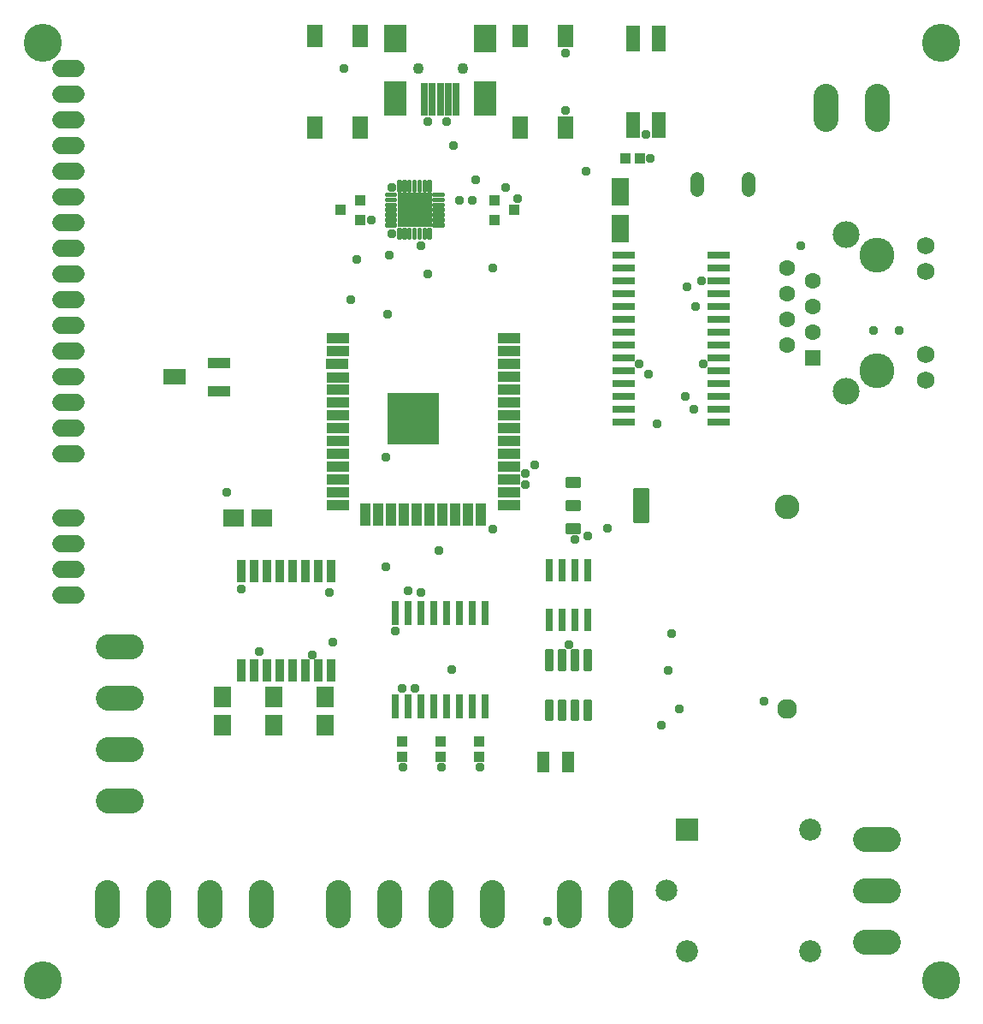
<source format=gbr>
G04 EAGLE Gerber RS-274X export*
G75*
%MOMM*%
%FSLAX34Y34*%
%LPD*%
%INSoldermask Top*%
%IPPOS*%
%AMOC8*
5,1,8,0,0,1.08239X$1,22.5*%
G01*
%ADD10C,1.958200*%
%ADD11C,2.453200*%
%ADD12R,1.703200X2.153200*%
%ADD13R,2.153200X1.703200*%
%ADD14R,1.803200X2.803200*%
%ADD15R,0.803200X2.403200*%
%ADD16R,1.601200X1.601200*%
%ADD17C,1.601200*%
%ADD18C,1.733200*%
%ADD19C,2.648200*%
%ADD20C,3.453200*%
%ADD21C,2.489200*%
%ADD22R,1.003200X1.003200*%
%ADD23R,0.863600X2.235200*%
%ADD24R,1.103200X1.003200*%
%ADD25C,1.320800*%
%ADD26R,1.203200X2.003200*%
%ADD27R,2.203200X1.103200*%
%ADD28R,2.203200X1.503200*%
%ADD29R,2.183200X2.183200*%
%ADD30C,2.138200*%
%ADD31C,2.183200*%
%ADD32C,1.727200*%
%ADD33R,1.603200X2.303200*%
%ADD34R,1.103200X2.203200*%
%ADD35R,5.203200X5.203200*%
%ADD36R,2.184400X0.762000*%
%ADD37C,0.335972*%
%ADD38R,3.453200X3.453200*%
%ADD39C,0.339959*%
%ADD40C,0.393431*%
%ADD41C,0.349006*%
%ADD42R,0.762000X2.184400*%
%ADD43R,2.203200X2.703200*%
%ADD44R,2.203200X3.503200*%
%ADD45R,0.703200X3.303200*%
%ADD46C,1.103200*%
%ADD47R,1.333200X2.643200*%
%ADD48C,0.959600*%
%ADD49C,3.759200*%


D10*
X774700Y306400D03*
D11*
X774700Y506400D03*
D12*
X215900Y291050D03*
X215900Y318550D03*
X266700Y291050D03*
X266700Y318550D03*
X317500Y291050D03*
X317500Y318550D03*
D13*
X227550Y495300D03*
X255050Y495300D03*
D14*
X609600Y782100D03*
X609600Y818100D03*
D15*
X400050Y309600D03*
X425450Y401600D03*
X387350Y309600D03*
X412750Y309600D03*
X425450Y309600D03*
X412750Y401600D03*
X438150Y401600D03*
X450850Y401600D03*
X450850Y309600D03*
X476250Y401600D03*
X438150Y309600D03*
X463550Y309600D03*
X463550Y401600D03*
X476250Y309600D03*
X400050Y401600D03*
X387350Y401600D03*
D16*
X800100Y654000D03*
D17*
X774700Y666700D03*
X800100Y679400D03*
X774700Y692100D03*
X800100Y704800D03*
X774700Y717500D03*
X800100Y730200D03*
X774700Y742900D03*
D18*
X912600Y632250D03*
X912600Y657650D03*
X912600Y764750D03*
X912600Y739350D03*
D19*
X833100Y621050D03*
X833100Y775950D03*
D20*
X863600Y755650D03*
X863600Y641350D03*
D21*
X125730Y215900D02*
X102870Y215900D01*
X102870Y266700D02*
X125730Y266700D01*
X125730Y317500D02*
X102870Y317500D01*
X102870Y368300D02*
X125730Y368300D01*
X609600Y125730D02*
X609600Y102870D01*
X558800Y102870D02*
X558800Y125730D01*
X812800Y890270D02*
X812800Y913130D01*
X863600Y913130D02*
X863600Y890270D01*
D22*
X614800Y850900D03*
X629800Y850900D03*
D23*
X234950Y344678D03*
X247650Y344678D03*
X260350Y344678D03*
X273050Y344678D03*
X285750Y344678D03*
X298450Y344678D03*
X311150Y344678D03*
X323850Y344678D03*
X323850Y442722D03*
X311150Y442722D03*
X298450Y442722D03*
X285750Y442722D03*
X273050Y442722D03*
X260350Y442722D03*
X247650Y442722D03*
X234950Y442722D03*
D21*
X482600Y125730D02*
X482600Y102870D01*
X431800Y102870D02*
X431800Y125730D01*
X381000Y125730D02*
X381000Y102870D01*
X330200Y102870D02*
X330200Y125730D01*
D24*
X332900Y800100D03*
X352900Y790600D03*
X352900Y809600D03*
X505300Y800100D03*
X485300Y809600D03*
X485300Y790600D03*
D25*
X736600Y819912D02*
X736600Y831088D01*
X685800Y831088D02*
X685800Y819912D01*
D26*
X533600Y254000D03*
X558600Y254000D03*
D27*
X212500Y621000D03*
D28*
X168500Y635000D03*
D27*
X212500Y649000D03*
D29*
X675600Y187000D03*
D30*
X655600Y127000D03*
D31*
X675600Y67000D03*
X797600Y67000D03*
X797600Y187000D03*
D21*
X852170Y177800D02*
X875030Y177800D01*
X875030Y127000D02*
X852170Y127000D01*
X852170Y76200D02*
X875030Y76200D01*
D32*
X71120Y495300D02*
X55880Y495300D01*
X55880Y469900D02*
X71120Y469900D01*
X71120Y444500D02*
X55880Y444500D01*
X55880Y419100D02*
X71120Y419100D01*
D33*
X555900Y972600D03*
X510900Y972600D03*
X555900Y881600D03*
X510900Y881600D03*
X352700Y972600D03*
X307700Y972600D03*
X352700Y881600D03*
X307700Y881600D03*
D21*
X254000Y125730D02*
X254000Y102870D01*
X203200Y102870D02*
X203200Y125730D01*
X152400Y125730D02*
X152400Y102870D01*
X101600Y102870D02*
X101600Y125730D01*
D32*
X71120Y939800D02*
X55880Y939800D01*
X55880Y914400D02*
X71120Y914400D01*
X71120Y889000D02*
X55880Y889000D01*
X55880Y863600D02*
X71120Y863600D01*
X71120Y838200D02*
X55880Y838200D01*
X55880Y812800D02*
X71120Y812800D01*
X71120Y787400D02*
X55880Y787400D01*
X55880Y762000D02*
X71120Y762000D01*
X71120Y736600D02*
X55880Y736600D01*
X55880Y711200D02*
X71120Y711200D01*
X71120Y685800D02*
X55880Y685800D01*
X55880Y660400D02*
X71120Y660400D01*
X71120Y635000D02*
X55880Y635000D01*
X55880Y609600D02*
X71120Y609600D01*
X71120Y584200D02*
X55880Y584200D01*
X55880Y558800D02*
X71120Y558800D01*
D27*
X330200Y673100D03*
X330200Y660400D03*
X330100Y647700D03*
X330200Y634700D03*
X330200Y622300D03*
X330200Y609600D03*
X330200Y596900D03*
X330200Y584200D03*
X330200Y571500D03*
X330200Y558800D03*
X330200Y546100D03*
X330200Y533400D03*
X330200Y520700D03*
X330200Y508000D03*
D34*
X358050Y499000D03*
X370750Y499000D03*
X383450Y499000D03*
X396150Y499000D03*
X408850Y499000D03*
X421550Y499000D03*
X434250Y499000D03*
X446950Y499000D03*
X459650Y499000D03*
X472350Y499000D03*
D27*
X500200Y673100D03*
X500200Y660400D03*
X500200Y647700D03*
X500200Y635000D03*
X500200Y622300D03*
X500200Y609600D03*
X500205Y596877D03*
X500219Y584187D03*
X500193Y571489D03*
X500175Y558777D03*
X500194Y546082D03*
X500210Y533392D03*
X500190Y520715D03*
X500187Y507988D03*
D35*
X405222Y593644D03*
D36*
X613410Y755650D03*
X613410Y742950D03*
X613410Y730250D03*
X613410Y717550D03*
X613410Y704850D03*
X613410Y692150D03*
X613410Y679450D03*
X613410Y666750D03*
X613410Y654050D03*
X613410Y641350D03*
X613410Y628650D03*
X613410Y615950D03*
X613410Y603250D03*
X613410Y590550D03*
X707390Y590550D03*
X707390Y603250D03*
X707390Y615950D03*
X707390Y628650D03*
X707390Y641350D03*
X707390Y654050D03*
X707390Y666750D03*
X707390Y679450D03*
X707390Y692150D03*
X707390Y704850D03*
X707390Y717550D03*
X707390Y730250D03*
X707390Y742950D03*
X707390Y755650D03*
D37*
X387186Y814414D02*
X378414Y814414D01*
X378414Y815786D01*
X387186Y815786D01*
X387186Y814414D01*
X387186Y809414D02*
X378414Y809414D01*
X378414Y810786D01*
X387186Y810786D01*
X387186Y809414D01*
X387186Y804414D02*
X378414Y804414D01*
X378414Y805786D01*
X387186Y805786D01*
X387186Y804414D01*
X387186Y799414D02*
X378414Y799414D01*
X378414Y800786D01*
X387186Y800786D01*
X387186Y799414D01*
X387186Y794414D02*
X378414Y794414D01*
X378414Y795786D01*
X387186Y795786D01*
X387186Y794414D01*
X387186Y789414D02*
X378414Y789414D01*
X378414Y790786D01*
X387186Y790786D01*
X387186Y789414D01*
X387186Y784414D02*
X378414Y784414D01*
X378414Y785786D01*
X387186Y785786D01*
X387186Y784414D01*
X392086Y780886D02*
X392086Y772114D01*
X390714Y772114D01*
X390714Y780886D01*
X392086Y780886D01*
X392086Y775306D02*
X390714Y775306D01*
X390714Y778498D02*
X392086Y778498D01*
X397086Y780886D02*
X397086Y772114D01*
X395714Y772114D01*
X395714Y780886D01*
X397086Y780886D01*
X397086Y775306D02*
X395714Y775306D01*
X395714Y778498D02*
X397086Y778498D01*
X402086Y780886D02*
X402086Y772114D01*
X400714Y772114D01*
X400714Y780886D01*
X402086Y780886D01*
X402086Y775306D02*
X400714Y775306D01*
X400714Y778498D02*
X402086Y778498D01*
X407086Y780886D02*
X407086Y772114D01*
X405714Y772114D01*
X405714Y780886D01*
X407086Y780886D01*
X407086Y775306D02*
X405714Y775306D01*
X405714Y778498D02*
X407086Y778498D01*
X412086Y780886D02*
X412086Y772114D01*
X410714Y772114D01*
X410714Y780886D01*
X412086Y780886D01*
X412086Y775306D02*
X410714Y775306D01*
X410714Y778498D02*
X412086Y778498D01*
X417086Y780886D02*
X417086Y772114D01*
X415714Y772114D01*
X415714Y780886D01*
X417086Y780886D01*
X417086Y775306D02*
X415714Y775306D01*
X415714Y778498D02*
X417086Y778498D01*
X422086Y780886D02*
X422086Y772114D01*
X420714Y772114D01*
X420714Y780886D01*
X422086Y780886D01*
X422086Y775306D02*
X420714Y775306D01*
X420714Y778498D02*
X422086Y778498D01*
X425614Y785786D02*
X434386Y785786D01*
X434386Y784414D01*
X425614Y784414D01*
X425614Y785786D01*
X425614Y790786D02*
X434386Y790786D01*
X434386Y789414D01*
X425614Y789414D01*
X425614Y790786D01*
X425614Y795786D02*
X434386Y795786D01*
X434386Y794414D01*
X425614Y794414D01*
X425614Y795786D01*
X425614Y800786D02*
X434386Y800786D01*
X434386Y799414D01*
X425614Y799414D01*
X425614Y800786D01*
X425614Y805786D02*
X434386Y805786D01*
X434386Y804414D01*
X425614Y804414D01*
X425614Y805786D01*
X425614Y810786D02*
X434386Y810786D01*
X434386Y809414D01*
X425614Y809414D01*
X425614Y810786D01*
X425614Y815786D02*
X434386Y815786D01*
X434386Y814414D01*
X425614Y814414D01*
X425614Y815786D01*
X420714Y819314D02*
X420714Y828086D01*
X422086Y828086D01*
X422086Y819314D01*
X420714Y819314D01*
X420714Y822506D02*
X422086Y822506D01*
X422086Y825698D02*
X420714Y825698D01*
X415714Y828086D02*
X415714Y819314D01*
X415714Y828086D02*
X417086Y828086D01*
X417086Y819314D01*
X415714Y819314D01*
X415714Y822506D02*
X417086Y822506D01*
X417086Y825698D02*
X415714Y825698D01*
X410714Y828086D02*
X410714Y819314D01*
X410714Y828086D02*
X412086Y828086D01*
X412086Y819314D01*
X410714Y819314D01*
X410714Y822506D02*
X412086Y822506D01*
X412086Y825698D02*
X410714Y825698D01*
X405714Y828086D02*
X405714Y819314D01*
X405714Y828086D02*
X407086Y828086D01*
X407086Y819314D01*
X405714Y819314D01*
X405714Y822506D02*
X407086Y822506D01*
X407086Y825698D02*
X405714Y825698D01*
X400714Y828086D02*
X400714Y819314D01*
X400714Y828086D02*
X402086Y828086D01*
X402086Y819314D01*
X400714Y819314D01*
X400714Y822506D02*
X402086Y822506D01*
X402086Y825698D02*
X400714Y825698D01*
X395714Y828086D02*
X395714Y819314D01*
X395714Y828086D02*
X397086Y828086D01*
X397086Y819314D01*
X395714Y819314D01*
X395714Y822506D02*
X397086Y822506D01*
X397086Y825698D02*
X395714Y825698D01*
X390714Y828086D02*
X390714Y819314D01*
X390714Y828086D02*
X392086Y828086D01*
X392086Y819314D01*
X390714Y819314D01*
X390714Y822506D02*
X392086Y822506D01*
X392086Y825698D02*
X390714Y825698D01*
D38*
X406400Y800100D03*
D39*
X557584Y534866D02*
X557584Y526934D01*
X557584Y534866D02*
X569316Y534866D01*
X569316Y526934D01*
X557584Y526934D01*
X557584Y530164D02*
X569316Y530164D01*
X569316Y533394D02*
X557584Y533394D01*
X557584Y511966D02*
X557584Y504034D01*
X557584Y511966D02*
X569316Y511966D01*
X569316Y504034D01*
X557584Y504034D01*
X557584Y507264D02*
X569316Y507264D01*
X569316Y510494D02*
X557584Y510494D01*
X557584Y489066D02*
X557584Y481134D01*
X557584Y489066D02*
X569316Y489066D01*
X569316Y481134D01*
X557584Y481134D01*
X557584Y484364D02*
X569316Y484364D01*
X569316Y487594D02*
X557584Y487594D01*
D40*
X624751Y492751D02*
X624751Y523249D01*
X635949Y523249D01*
X635949Y492751D01*
X624751Y492751D01*
X624751Y496488D02*
X635949Y496488D01*
X635949Y500225D02*
X624751Y500225D01*
X624751Y503962D02*
X635949Y503962D01*
X635949Y507699D02*
X624751Y507699D01*
X624751Y511436D02*
X635949Y511436D01*
X635949Y515173D02*
X624751Y515173D01*
X624751Y518910D02*
X635949Y518910D01*
X635949Y522647D02*
X624751Y522647D01*
D41*
X541971Y314571D02*
X541971Y296329D01*
X537529Y296329D01*
X537529Y314571D01*
X541971Y314571D01*
X541971Y299644D02*
X537529Y299644D01*
X537529Y302959D02*
X541971Y302959D01*
X541971Y306274D02*
X537529Y306274D01*
X537529Y309589D02*
X541971Y309589D01*
X541971Y312904D02*
X537529Y312904D01*
X554671Y314571D02*
X554671Y296329D01*
X550229Y296329D01*
X550229Y314571D01*
X554671Y314571D01*
X554671Y299644D02*
X550229Y299644D01*
X550229Y302959D02*
X554671Y302959D01*
X554671Y306274D02*
X550229Y306274D01*
X550229Y309589D02*
X554671Y309589D01*
X554671Y312904D02*
X550229Y312904D01*
X567371Y314571D02*
X567371Y296329D01*
X562929Y296329D01*
X562929Y314571D01*
X567371Y314571D01*
X567371Y299644D02*
X562929Y299644D01*
X562929Y302959D02*
X567371Y302959D01*
X567371Y306274D02*
X562929Y306274D01*
X562929Y309589D02*
X567371Y309589D01*
X567371Y312904D02*
X562929Y312904D01*
X580071Y314571D02*
X580071Y296329D01*
X575629Y296329D01*
X575629Y314571D01*
X580071Y314571D01*
X580071Y299644D02*
X575629Y299644D01*
X575629Y302959D02*
X580071Y302959D01*
X580071Y306274D02*
X575629Y306274D01*
X575629Y309589D02*
X580071Y309589D01*
X580071Y312904D02*
X575629Y312904D01*
X580071Y345829D02*
X580071Y364071D01*
X580071Y345829D02*
X575629Y345829D01*
X575629Y364071D01*
X580071Y364071D01*
X580071Y349144D02*
X575629Y349144D01*
X575629Y352459D02*
X580071Y352459D01*
X580071Y355774D02*
X575629Y355774D01*
X575629Y359089D02*
X580071Y359089D01*
X580071Y362404D02*
X575629Y362404D01*
X567371Y364071D02*
X567371Y345829D01*
X562929Y345829D01*
X562929Y364071D01*
X567371Y364071D01*
X567371Y349144D02*
X562929Y349144D01*
X562929Y352459D02*
X567371Y352459D01*
X567371Y355774D02*
X562929Y355774D01*
X562929Y359089D02*
X567371Y359089D01*
X567371Y362404D02*
X562929Y362404D01*
X554671Y364071D02*
X554671Y345829D01*
X550229Y345829D01*
X550229Y364071D01*
X554671Y364071D01*
X554671Y349144D02*
X550229Y349144D01*
X550229Y352459D02*
X554671Y352459D01*
X554671Y355774D02*
X550229Y355774D01*
X550229Y359089D02*
X554671Y359089D01*
X554671Y362404D02*
X550229Y362404D01*
X541971Y364071D02*
X541971Y345829D01*
X537529Y345829D01*
X537529Y364071D01*
X541971Y364071D01*
X541971Y349144D02*
X537529Y349144D01*
X537529Y352459D02*
X541971Y352459D01*
X541971Y355774D02*
X537529Y355774D01*
X537529Y359089D02*
X541971Y359089D01*
X541971Y362404D02*
X537529Y362404D01*
D42*
X539750Y394462D03*
X552450Y394462D03*
X565150Y394462D03*
X577850Y394462D03*
X577850Y443738D03*
X565150Y443738D03*
X552450Y443738D03*
X539750Y443738D03*
D43*
X387300Y969800D03*
X476300Y969800D03*
D44*
X387300Y910800D03*
X476300Y910800D03*
D45*
X447800Y909800D03*
X439800Y909800D03*
X431800Y909800D03*
X423800Y909800D03*
X415800Y909800D03*
D46*
X453800Y939800D03*
X409800Y939800D03*
D22*
X469900Y259200D03*
X469900Y274200D03*
X431800Y259200D03*
X431800Y274200D03*
X393700Y259200D03*
X393700Y274200D03*
D47*
X647700Y970100D03*
X622300Y970100D03*
X622300Y884100D03*
X647700Y884100D03*
D48*
X444500Y863600D03*
X342900Y711200D03*
X419100Y736600D03*
X220663Y520700D03*
X349250Y750888D03*
X379413Y696913D03*
X788988Y765175D03*
X692150Y647700D03*
X525463Y547688D03*
X336550Y939800D03*
X484188Y484188D03*
X538163Y96838D03*
X377825Y447675D03*
X377825Y555625D03*
X565150Y474663D03*
X515938Y528638D03*
X412750Y422275D03*
X484188Y742950D03*
X555625Y955675D03*
X555625Y898525D03*
X412750Y765175D03*
X450850Y809625D03*
X384175Y822325D03*
X508000Y811213D03*
X496888Y822325D03*
X419100Y887413D03*
X438150Y887413D03*
X466725Y830263D03*
X387350Y384175D03*
X234950Y425450D03*
X635000Y874713D03*
X596900Y485775D03*
X639763Y850900D03*
X381000Y755650D03*
X363538Y790575D03*
X463550Y809625D03*
X384175Y776288D03*
X885825Y681038D03*
X674688Y615950D03*
X860425Y681038D03*
X682625Y603250D03*
X676275Y723900D03*
X690563Y730250D03*
X684213Y704850D03*
X646113Y588963D03*
X252413Y363538D03*
X430213Y463550D03*
X322263Y422275D03*
X304800Y360363D03*
X657225Y344488D03*
X660400Y381000D03*
X558800Y369888D03*
X650875Y290513D03*
X668338Y306388D03*
X325438Y373063D03*
X628650Y647700D03*
X638175Y638175D03*
X577850Y477838D03*
X515938Y539750D03*
X400050Y423863D03*
X393700Y327025D03*
X406400Y327025D03*
X442913Y346075D03*
X395288Y249238D03*
X433388Y249238D03*
X471488Y249238D03*
X752475Y314325D03*
X576263Y838200D03*
D49*
X38100Y965200D03*
X927100Y965200D03*
X38100Y38100D03*
X927100Y38100D03*
M02*

</source>
